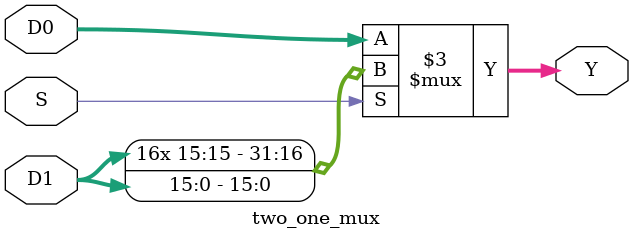
<source format=v>
`timescale 1ns / 1ps


module two_one_mux(D0,D1,S,Y); 

input wire [31:0]D0;
input wire [15:0]D1; 
input wire S; 
output reg [31:0]Y; 

always@(D0 or D1 or S) 
begin 

if(S)
Y={ {16{D1[15]}}, D1 }; 
else 
Y=D0; 

end 

endmodule

</source>
